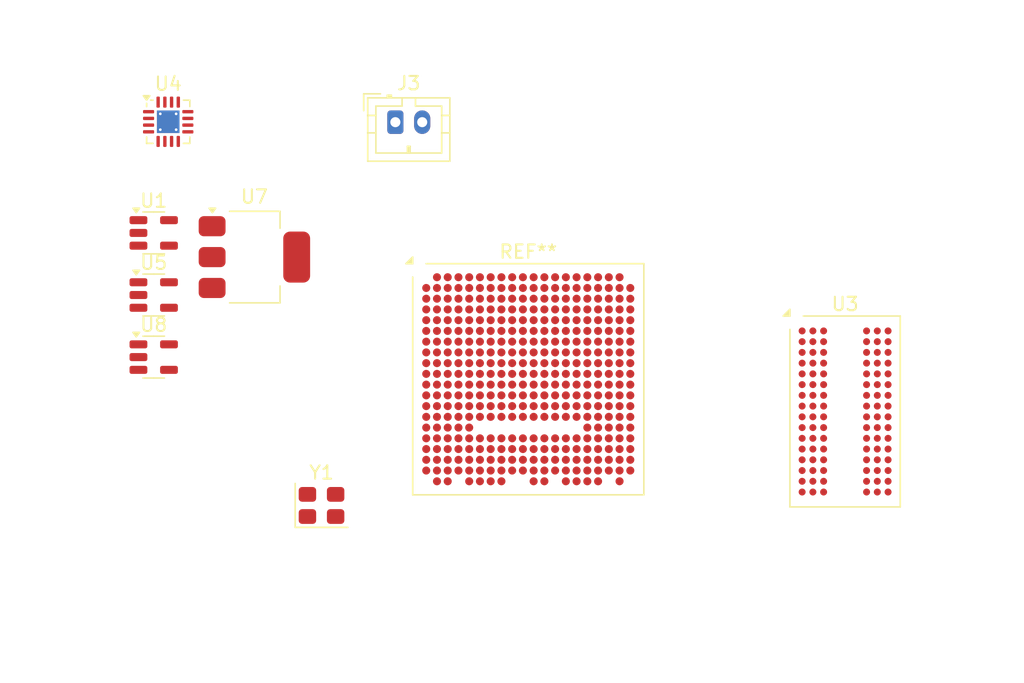
<source format=kicad_pcb>
(kicad_pcb (version 20241229) (generator "pcbnew") (generator_version "9.0")
  (layers (0 "F.Cu" signal) (2 "B.Cu" signal) (13 "F.Paste" user) (15 "B.Paste" user) (5 "F.SilkS" user "F.Silkscreen") (7 "B.SilkS" user "B.Silkscreen") (1 "F.Mask" user) (3 "B.Mask" user) (25 "Edge.Cuts" user))
  (net 0 "")
  (net 1 "Net-(J3-Pin_1)")
  (net 2 "GND")
  (net 3 "Net-(U1-FB)")
  (net 4 "V_SYS")
  (net 5 "Net-(U1-SW)")
  (net 7 "/DRAM/VDDQ")
  (net 8 "/DRAM/A5")
  (net 9 "/DRAM/A4")
  (net 10 "/DRAM/DQ3")
  (net 11 "/DRAM/A7")
  (net 12 "/DRAM/DQ10")
  (net 13 "RAM_VREF")
  (net 14 "/DRAM/A11")
  (net 15 "/DRAM/VDD")
  (net 16 "/DRAM/DQ6")
  (net 17 "/DRAM/A12_BC_B")
  (net 18 "/DRAM/DQ8")
  (net 19 "/DRAM/WE_B")
  (net 20 "/DRAM/A1")
  (net 21 "/DRAM/RST_B")
  (net 22 "/DRAM/CAS_B")
  (net 23 "/DRAM/CK_B")
  (net 24 "/DRAM/LDQS_B")
  (net 25 "/DRAM/DQ4")
  (net 26 "/DRAM/A8")
  (net 27 "/DRAM/CKE")
  (net 28 "/DRAM/A10_AP")
  (net 29 "/DRAM/ODT")
  (net 30 "/DRAM/BA2")
  (net 31 "/DRAM/UDM")
  (net 32 "/DRAM/UDQS")
  (net 33 "/DRAM/DQ9")
  (net 35 "/DRAM/CK")
  (net 36 "/DRAM/DQ1")
  (net 37 "/DRAM/DQ0")
  (net 38 "/DRAM/DQ5")
  (net 39 "/DRAM/A13")
  (net 40 "/DRAM/LDQS")
  (net 42 "/DRAM/A14")
  (net 43 "/DRAM/DQ13")
  (net 44 "/DRAM/LDM")
  (net 45 "/DRAM/A9")
  (net 46 "/DRAM/A3")
  (net 47 "Net-(U3-ZQ)")
  (net 49 "/DRAM/CS_B")
  (net 50 "/DRAM/A0")
  (net 51 "/DRAM/A2")
  (net 52 "/DRAM/BA0")
  (net 53 "/DRAM/DQ11")
  (net 54 "/DRAM/DQ15")
  (net 55 "/DRAM/DQ14")
  (net 56 "/DRAM/DQ7")
  (net 57 "/DRAM/RAS_B")
  (net 59 "/DRAM/DQ12")
  (net 60 "/DRAM/A6")
  (net 61 "/DRAM/BA1")
  (net 62 "/DRAM/UDQS_B")
  (net 63 "/DRAM/DQ2")
  (net 64 "USB_VBUS")
  (net 65 "Net-(D1-A)")
  (net 66 "Net-(D2-A)")
  (net 67 "Net-(U4-ILIM)")
  (net 68 "Net-(U4-ISET)")
  (net 69 "Net-(U4-TS)")
  (net 70 "Net-(U5-FB)")
  (net 71 "Net-(U5-SW)")
  (net 72 "P2V5")
  (net 73 "Net-(U8-SW)")
  (net 74 "Net-(U8-FB)")
  (net 75 "CLK")
  (net 76 "P3V3")
  (footprint "Package_DFN_QFN:VQFN-16-1EP_3x3mm_P0.5mm_EP1.68x1.68mm_ThermalVias" (layer "F.Cu") (at 126.78 59.82)
    (property "Reference" "U4")
    (property "Value" "BQ24230RGT")
  )
  (footprint "Package_BGA:Lattice_caBGA-381_17x17mm_Layout20x20_P0.8mm_SMD" (layer "F.Cu") (at 153.6 79)
    (property "Reference" "REF**")
    (property "Value" "Lattice_caBGA-381_17x17mm_Layout20x20_P0.8mm_SMD")
  )
  (footprint "Package_BGA:Micron_FBGA-96_8x14mm_Layout9x16_P0.8mm" (layer "F.Cu") (at 177.2 81.4)
    (property "Reference" "U3")
    (property "Value" "MT41K256M16TW")
  )
  (footprint "Package_TO_SOT_SMD:SOT-223-3_TabPin2" (layer "F.Cu") (at 133.2 69.9)
    (property "Reference" "U7")
    (property "Value" "NCP1117-2.5_SOT223")
  )
  (footprint "Package_TO_SOT_SMD:SOT-23-5" (layer "F.Cu") (at 125.7 77.35)
    (property "Reference" "U8")
    (property "Value" "TLV62568DBV")
  )
  (footprint "Connector_JST:JST_PH_B2B-PH-K_1x02_P2.00mm_Vertical" (layer "F.Cu") (at 143.7 59.85)
    (property "Reference" "J3")
    (property "Value" "Conn_01x02_Pin")
  )
  (footprint "Package_TO_SOT_SMD:SOT-23-5" (layer "F.Cu") (at 125.7 68.1)
    (property "Reference" "U1")
    (property "Value" "TLV62568DBV")
  )
  (footprint "Package_TO_SOT_SMD:SOT-23-5" (layer "F.Cu") (at 125.7 72.725)
    (property "Reference" "U5")
    (property "Value" "TLV62568DBV")
  )
  (footprint "Oscillator:Oscillator_SMD_Abracon_ASE-4Pin_3.2x2.5mm" (layer "F.Cu") (at 138.2 88.4)
    (property "Reference" "Y1")
    (property "Value" "ASE-xxxMHz")
  )
)
</source>
